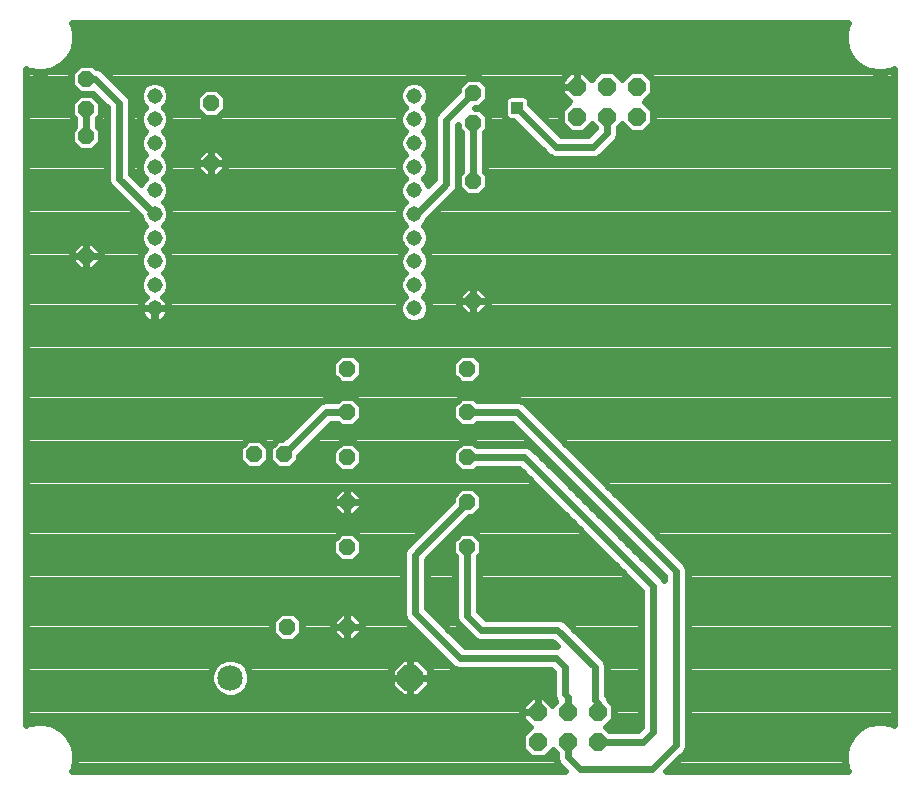
<source format=gbl>
G75*
G70*
%OFA0B0*%
%FSLAX24Y24*%
%IPPOS*%
%LPD*%
%AMOC8*
5,1,8,0,0,1.08239X$1,22.5*
%
%ADD10OC8,0.0600*%
%ADD11C,0.0515*%
%ADD12OC8,0.0520*%
%ADD13C,0.0850*%
%ADD14OC8,0.0850*%
%ADD15C,0.0240*%
%ADD16R,0.0396X0.0396*%
D10*
X017902Y001802D03*
X018902Y001802D03*
X019902Y001802D03*
X019902Y002802D03*
X018902Y002802D03*
X017902Y002802D03*
X019202Y022652D03*
X019202Y023652D03*
X020202Y023652D03*
X020202Y022652D03*
X021202Y022652D03*
X021202Y023652D03*
D11*
X013783Y023346D03*
X013783Y022558D03*
X013783Y021771D03*
X013783Y020983D03*
X013783Y020196D03*
X013783Y019409D03*
X013783Y018621D03*
X013783Y017834D03*
X013783Y017046D03*
X013783Y016259D03*
X005122Y016259D03*
X005122Y017046D03*
X005122Y017834D03*
X005122Y018621D03*
X005122Y019409D03*
X005122Y020196D03*
X005122Y020983D03*
X005122Y021771D03*
X005122Y022558D03*
X005122Y023346D03*
D12*
X007002Y023102D03*
X007002Y021102D03*
X002852Y022002D03*
X002852Y022902D03*
X002852Y023902D03*
X002852Y018002D03*
X008452Y011402D03*
X009452Y011402D03*
X011552Y011302D03*
X011552Y009802D03*
X011552Y008302D03*
X011552Y005652D03*
X009552Y005652D03*
X015552Y008302D03*
X015552Y009802D03*
X015552Y011302D03*
X015552Y012802D03*
X015552Y014252D03*
X015752Y016502D03*
X011552Y014252D03*
X011552Y012802D03*
X015752Y020502D03*
X015752Y022452D03*
X015752Y023452D03*
D13*
X007652Y003952D03*
D14*
X013652Y003952D03*
D15*
X002393Y000851D02*
X002376Y000822D01*
X018817Y000822D01*
X018563Y001076D01*
X018502Y001223D01*
X018502Y001382D01*
X018502Y001439D01*
X018402Y001539D01*
X018126Y001262D01*
X017679Y001262D01*
X017362Y001579D01*
X017362Y002026D01*
X017653Y002316D01*
X017382Y002587D01*
X017382Y002802D01*
X017902Y002802D01*
X017902Y002803D01*
X017902Y003322D01*
X017687Y003322D01*
X017382Y003018D01*
X017382Y002803D01*
X017902Y002803D01*
X017903Y002803D01*
X017903Y003322D01*
X018118Y003322D01*
X018388Y003052D01*
X018488Y003151D01*
X018463Y003176D01*
X018402Y003323D01*
X018402Y003482D01*
X018402Y004137D01*
X018337Y004202D01*
X015223Y004202D01*
X015076Y004263D01*
X014963Y004376D01*
X013576Y005763D01*
X013463Y005876D01*
X013402Y006023D01*
X013402Y007973D01*
X013402Y008132D01*
X013463Y008279D01*
X015052Y009868D01*
X015052Y010009D01*
X015345Y010302D01*
X015759Y010302D01*
X016052Y010009D01*
X016052Y009595D01*
X015759Y009302D01*
X015618Y009302D01*
X014202Y007887D01*
X014202Y006268D01*
X015468Y005002D01*
X018423Y005002D01*
X018537Y005002D01*
X018387Y005152D01*
X015923Y005152D01*
X015776Y005213D01*
X015663Y005326D01*
X015663Y005326D01*
X015326Y005663D01*
X015326Y005663D01*
X015213Y005776D01*
X015152Y005923D01*
X015152Y007995D01*
X015052Y008095D01*
X015052Y008509D01*
X015345Y008802D01*
X015759Y008802D01*
X016052Y008509D01*
X016052Y008095D01*
X015952Y007995D01*
X015952Y006168D01*
X016168Y005952D01*
X018473Y005952D01*
X018632Y005952D01*
X018779Y005891D01*
X020029Y004641D01*
X020141Y004529D01*
X020202Y004382D01*
X020202Y003368D01*
X020241Y003329D01*
X020302Y003182D01*
X020302Y003166D01*
X020442Y003026D01*
X020442Y002579D01*
X020166Y002302D01*
X020266Y002202D01*
X021237Y002202D01*
X021352Y002318D01*
X021352Y006837D01*
X017287Y010902D01*
X015859Y010902D01*
X015759Y010802D01*
X015345Y010802D01*
X015052Y011095D01*
X015052Y011509D01*
X015345Y011802D01*
X015759Y011802D01*
X015859Y011702D01*
X017532Y011702D01*
X017679Y011641D01*
X017791Y011529D01*
X022091Y007229D01*
X022102Y007202D01*
X022102Y007337D01*
X017037Y012402D01*
X015859Y012402D01*
X015759Y012302D01*
X015345Y012302D01*
X015052Y012595D01*
X015052Y013009D01*
X015345Y013302D01*
X015759Y013302D01*
X015859Y013202D01*
X017123Y013202D01*
X017282Y013202D01*
X017429Y013141D01*
X022841Y007729D01*
X022902Y007582D01*
X022902Y007423D01*
X022902Y001623D01*
X022841Y001476D01*
X022729Y001363D01*
X022188Y000822D01*
X028229Y000822D01*
X028212Y000851D01*
X028132Y001148D01*
X028132Y001456D01*
X028212Y001754D01*
X028366Y002021D01*
X028584Y002239D01*
X028851Y002393D01*
X029148Y002472D01*
X029456Y002472D01*
X029754Y002393D01*
X029782Y002376D01*
X029782Y024229D01*
X029754Y024212D01*
X029456Y024132D01*
X029148Y024132D01*
X028851Y024212D01*
X028584Y024366D01*
X028366Y024584D01*
X028212Y024851D01*
X028132Y025148D01*
X028132Y025456D01*
X028212Y025754D01*
X028229Y025782D01*
X002376Y025782D01*
X002393Y025754D01*
X002472Y025456D01*
X002472Y025148D01*
X002393Y024851D01*
X002239Y024584D01*
X002021Y024366D01*
X001754Y024212D01*
X001456Y024132D01*
X001148Y024132D01*
X000851Y024212D01*
X000822Y024229D01*
X000822Y002376D01*
X000851Y002393D01*
X001148Y002472D01*
X001456Y002472D01*
X001754Y002393D01*
X002021Y002239D01*
X002239Y002021D01*
X002393Y001754D01*
X002472Y001456D01*
X002472Y001148D01*
X002393Y000851D01*
X002437Y001018D02*
X018621Y001018D01*
X018502Y001257D02*
X002472Y001257D01*
X002462Y001495D02*
X017446Y001495D01*
X017362Y001734D02*
X002398Y001734D01*
X002267Y001972D02*
X017362Y001972D01*
X017547Y002211D02*
X002049Y002211D01*
X001543Y002449D02*
X017520Y002449D01*
X017382Y002688D02*
X000822Y002688D01*
X000822Y002926D02*
X017382Y002926D01*
X017530Y003165D02*
X000822Y003165D01*
X000822Y003403D02*
X007261Y003403D01*
X007276Y003389D02*
X007520Y003287D01*
X007785Y003287D01*
X008029Y003389D01*
X008216Y003576D01*
X008317Y003820D01*
X008317Y004085D01*
X008216Y004329D01*
X008029Y004516D01*
X007785Y004617D01*
X007520Y004617D01*
X007276Y004516D01*
X007089Y004329D01*
X006987Y004085D01*
X006987Y003820D01*
X007089Y003576D01*
X007276Y003389D01*
X007061Y003642D02*
X000822Y003642D01*
X000822Y003881D02*
X006987Y003881D01*
X007002Y004119D02*
X000822Y004119D01*
X000822Y004358D02*
X007117Y004358D01*
X007469Y004596D02*
X000822Y004596D01*
X000822Y004835D02*
X014504Y004835D01*
X014266Y005073D02*
X000822Y005073D01*
X000822Y005312D02*
X009186Y005312D01*
X009052Y005445D02*
X009345Y005152D01*
X009759Y005152D01*
X010052Y005445D01*
X010052Y005859D01*
X009759Y006152D01*
X009345Y006152D01*
X009052Y005859D01*
X009052Y005445D01*
X009052Y005550D02*
X000822Y005550D01*
X000822Y005789D02*
X009052Y005789D01*
X009220Y006027D02*
X000822Y006027D01*
X000822Y006266D02*
X013402Y006266D01*
X013402Y006504D02*
X000822Y006504D01*
X000822Y006743D02*
X013402Y006743D01*
X013402Y006982D02*
X000822Y006982D01*
X000822Y007220D02*
X013402Y007220D01*
X013402Y007459D02*
X000822Y007459D01*
X000822Y007697D02*
X013402Y007697D01*
X013402Y007936D02*
X011893Y007936D01*
X011759Y007802D02*
X012052Y008095D01*
X012052Y008509D01*
X011759Y008802D01*
X011345Y008802D01*
X011052Y008509D01*
X011052Y008095D01*
X011345Y007802D01*
X011759Y007802D01*
X012052Y008174D02*
X013420Y008174D01*
X013597Y008413D02*
X012052Y008413D01*
X011910Y008651D02*
X013836Y008651D01*
X014074Y008890D02*
X000822Y008890D01*
X000822Y009128D02*
X014313Y009128D01*
X014551Y009367D02*
X011796Y009367D01*
X011751Y009322D02*
X012032Y009604D01*
X012032Y009802D01*
X011553Y009802D01*
X011553Y009803D01*
X012032Y009803D01*
X012032Y010001D01*
X011751Y010282D01*
X011553Y010282D01*
X011553Y009803D01*
X011552Y009803D01*
X011552Y010282D01*
X011354Y010282D01*
X011072Y010001D01*
X011072Y009803D01*
X011552Y009803D01*
X011552Y009802D01*
X011553Y009802D01*
X011553Y009322D01*
X011751Y009322D01*
X011552Y009322D02*
X011552Y009802D01*
X011072Y009802D01*
X011072Y009604D01*
X011354Y009322D01*
X011552Y009322D01*
X011552Y009367D02*
X011553Y009367D01*
X011552Y009606D02*
X011553Y009606D01*
X011552Y009844D02*
X011553Y009844D01*
X011552Y010083D02*
X011553Y010083D01*
X011951Y010083D02*
X015126Y010083D01*
X015028Y009844D02*
X012032Y009844D01*
X012032Y009606D02*
X014790Y009606D01*
X015552Y009802D02*
X013802Y008052D01*
X013802Y006102D01*
X015302Y004602D01*
X018502Y004602D01*
X018802Y004302D01*
X018802Y003402D01*
X018902Y003302D01*
X018902Y002802D01*
X018474Y003165D02*
X018275Y003165D01*
X018402Y003403D02*
X014016Y003403D01*
X013919Y003307D02*
X014297Y003685D01*
X014297Y003952D01*
X013653Y003952D01*
X013653Y003953D01*
X014297Y003953D01*
X014297Y004219D01*
X013919Y004597D01*
X013653Y004597D01*
X013653Y003953D01*
X013652Y003953D01*
X013652Y004597D01*
X013385Y004597D01*
X013007Y004219D01*
X013007Y003953D01*
X013652Y003953D01*
X013652Y003952D01*
X013653Y003952D01*
X013653Y003307D01*
X013919Y003307D01*
X013652Y003307D02*
X013652Y003952D01*
X013007Y003952D01*
X013007Y003685D01*
X013385Y003307D01*
X013652Y003307D01*
X013652Y003403D02*
X013653Y003403D01*
X013652Y003642D02*
X013653Y003642D01*
X013652Y003881D02*
X013653Y003881D01*
X013652Y004119D02*
X013653Y004119D01*
X013652Y004358D02*
X013653Y004358D01*
X013652Y004596D02*
X013653Y004596D01*
X013921Y004596D02*
X014743Y004596D01*
X014981Y004358D02*
X014159Y004358D01*
X014297Y004119D02*
X018402Y004119D01*
X018402Y003881D02*
X014297Y003881D01*
X014254Y003642D02*
X018402Y003642D01*
X017903Y003165D02*
X017902Y003165D01*
X017902Y002926D02*
X017903Y002926D01*
X018902Y001802D02*
X018902Y001302D01*
X019302Y000902D01*
X021702Y000902D01*
X022502Y001702D01*
X022502Y007502D01*
X017202Y012802D01*
X015552Y012802D01*
X015227Y013184D02*
X011878Y013184D01*
X011759Y013302D02*
X012052Y013009D01*
X012052Y012595D01*
X011759Y012302D01*
X011345Y012302D01*
X011245Y012402D01*
X011018Y012402D01*
X009952Y011337D01*
X009952Y011195D01*
X009659Y010902D01*
X009245Y010902D01*
X008952Y011195D01*
X008659Y010902D01*
X008245Y010902D01*
X007952Y011195D01*
X007952Y011609D01*
X008245Y011902D01*
X008659Y011902D01*
X008952Y011609D01*
X008952Y011195D01*
X008952Y011609D01*
X009245Y011902D01*
X009387Y011902D01*
X010626Y013141D01*
X010773Y013202D01*
X010932Y013202D01*
X011245Y013202D01*
X011345Y013302D01*
X011759Y013302D01*
X012052Y012945D02*
X015052Y012945D01*
X015052Y012707D02*
X012052Y012707D01*
X011925Y012468D02*
X015180Y012468D01*
X015295Y011752D02*
X011809Y011752D01*
X011759Y011802D02*
X011345Y011802D01*
X011052Y011509D01*
X011052Y011095D01*
X011345Y010802D01*
X011759Y010802D01*
X012052Y011095D01*
X012052Y011509D01*
X011759Y011802D01*
X012048Y011514D02*
X015057Y011514D01*
X015052Y011275D02*
X012052Y011275D01*
X011994Y011037D02*
X015111Y011037D01*
X015552Y011302D02*
X017452Y011302D01*
X021752Y007002D01*
X021752Y002152D01*
X021402Y001802D01*
X019902Y001802D01*
X020258Y002211D02*
X021245Y002211D01*
X021352Y002449D02*
X020313Y002449D01*
X020442Y002688D02*
X021352Y002688D01*
X021352Y002926D02*
X020442Y002926D01*
X020303Y003165D02*
X021352Y003165D01*
X021352Y003403D02*
X020202Y003403D01*
X020202Y003642D02*
X021352Y003642D01*
X021352Y003881D02*
X020202Y003881D01*
X020202Y004119D02*
X021352Y004119D01*
X021352Y004358D02*
X020202Y004358D01*
X020074Y004596D02*
X021352Y004596D01*
X021352Y004835D02*
X019836Y004835D01*
X019597Y005073D02*
X021352Y005073D01*
X021352Y005312D02*
X019359Y005312D01*
X019120Y005550D02*
X021352Y005550D01*
X021352Y005789D02*
X018881Y005789D01*
X018552Y005552D02*
X019802Y004302D01*
X019802Y003202D01*
X019902Y003102D01*
X019902Y002802D01*
X018446Y001495D02*
X018359Y001495D01*
X022384Y001018D02*
X028167Y001018D01*
X028132Y001257D02*
X022622Y001257D01*
X022849Y001495D02*
X028143Y001495D01*
X028207Y001734D02*
X022902Y001734D01*
X022902Y001972D02*
X028338Y001972D01*
X028556Y002211D02*
X022902Y002211D01*
X022902Y002449D02*
X029062Y002449D01*
X029543Y002449D02*
X029782Y002449D01*
X029782Y002688D02*
X022902Y002688D01*
X022902Y002926D02*
X029782Y002926D01*
X029782Y003165D02*
X022902Y003165D01*
X022902Y003403D02*
X029782Y003403D01*
X029782Y003642D02*
X022902Y003642D01*
X022902Y003881D02*
X029782Y003881D01*
X029782Y004119D02*
X022902Y004119D01*
X022902Y004358D02*
X029782Y004358D01*
X029782Y004596D02*
X022902Y004596D01*
X022902Y004835D02*
X029782Y004835D01*
X029782Y005073D02*
X022902Y005073D01*
X022902Y005312D02*
X029782Y005312D01*
X029782Y005550D02*
X022902Y005550D01*
X022902Y005789D02*
X029782Y005789D01*
X029782Y006027D02*
X022902Y006027D01*
X022902Y006266D02*
X029782Y006266D01*
X029782Y006504D02*
X022902Y006504D01*
X022902Y006743D02*
X029782Y006743D01*
X029782Y006982D02*
X022902Y006982D01*
X022902Y007220D02*
X029782Y007220D01*
X029782Y007459D02*
X022902Y007459D01*
X022855Y007697D02*
X029782Y007697D01*
X029782Y007936D02*
X022635Y007936D01*
X022396Y008174D02*
X029782Y008174D01*
X029782Y008413D02*
X022158Y008413D01*
X021919Y008651D02*
X029782Y008651D01*
X029782Y008890D02*
X021680Y008890D01*
X021442Y009128D02*
X029782Y009128D01*
X029782Y009367D02*
X021203Y009367D01*
X020965Y009606D02*
X029782Y009606D01*
X029782Y009844D02*
X020726Y009844D01*
X020488Y010083D02*
X029782Y010083D01*
X029782Y010321D02*
X020249Y010321D01*
X020011Y010560D02*
X029782Y010560D01*
X029782Y010798D02*
X019772Y010798D01*
X019534Y011037D02*
X029782Y011037D01*
X029782Y011275D02*
X019295Y011275D01*
X019056Y011514D02*
X029782Y011514D01*
X029782Y011752D02*
X018818Y011752D01*
X018579Y011991D02*
X029782Y011991D01*
X029782Y012230D02*
X018341Y012230D01*
X018102Y012468D02*
X029782Y012468D01*
X029782Y012707D02*
X017864Y012707D01*
X017625Y012945D02*
X029782Y012945D01*
X029782Y013184D02*
X017327Y013184D01*
X017209Y012230D02*
X010845Y012230D01*
X010607Y011991D02*
X017448Y011991D01*
X017687Y011752D02*
X015809Y011752D01*
X017391Y010798D02*
X000822Y010798D01*
X000822Y010560D02*
X017629Y010560D01*
X017868Y010321D02*
X000822Y010321D01*
X000822Y010083D02*
X011154Y010083D01*
X011072Y009844D02*
X000822Y009844D01*
X000822Y009606D02*
X011072Y009606D01*
X011309Y009367D02*
X000822Y009367D01*
X000822Y008651D02*
X011194Y008651D01*
X011052Y008413D02*
X000822Y008413D01*
X000822Y008174D02*
X011052Y008174D01*
X011212Y007936D02*
X000822Y007936D01*
X000822Y011037D02*
X008111Y011037D01*
X007952Y011275D02*
X000822Y011275D01*
X000822Y011514D02*
X007952Y011514D01*
X008095Y011752D02*
X000822Y011752D01*
X000822Y011991D02*
X009475Y011991D01*
X009714Y012230D02*
X000822Y012230D01*
X000822Y012468D02*
X009952Y012468D01*
X010191Y012707D02*
X000822Y012707D01*
X000822Y012945D02*
X010429Y012945D01*
X010728Y013184D02*
X000822Y013184D01*
X000822Y013422D02*
X029782Y013422D01*
X029782Y013661D02*
X000822Y013661D01*
X000822Y013899D02*
X011198Y013899D01*
X011052Y014045D02*
X011345Y013752D01*
X011759Y013752D01*
X012052Y014045D01*
X012052Y014459D01*
X011759Y014752D01*
X011345Y014752D01*
X011052Y014459D01*
X011052Y014045D01*
X011052Y014138D02*
X000822Y014138D01*
X000822Y014376D02*
X011052Y014376D01*
X011208Y014615D02*
X000822Y014615D01*
X000822Y014854D02*
X029782Y014854D01*
X029782Y015092D02*
X000822Y015092D01*
X000822Y015331D02*
X029782Y015331D01*
X029782Y015569D02*
X000822Y015569D01*
X000822Y015808D02*
X004966Y015808D01*
X004938Y015817D02*
X005010Y015793D01*
X005084Y015782D01*
X005121Y015782D01*
X005121Y016259D01*
X004644Y016259D01*
X004644Y016221D01*
X004656Y016147D01*
X004679Y016076D01*
X004713Y016009D01*
X004757Y015948D01*
X004811Y015895D01*
X004871Y015851D01*
X004938Y015817D01*
X005121Y015808D02*
X005122Y015808D01*
X005122Y015782D02*
X005159Y015782D01*
X005233Y015793D01*
X005305Y015817D01*
X005372Y015851D01*
X005433Y015895D01*
X005486Y015948D01*
X005530Y016009D01*
X005564Y016076D01*
X005587Y016147D01*
X005599Y016221D01*
X005599Y016259D01*
X005599Y016297D01*
X005587Y016371D01*
X005564Y016442D01*
X005530Y016509D01*
X005486Y016570D01*
X005433Y016623D01*
X005415Y016636D01*
X005543Y016765D01*
X005619Y016947D01*
X005619Y017145D01*
X005543Y017328D01*
X005431Y017440D01*
X005543Y017552D01*
X005619Y017735D01*
X005619Y017933D01*
X005543Y018116D01*
X005431Y018228D01*
X005543Y018339D01*
X005619Y018522D01*
X005619Y018720D01*
X005543Y018903D01*
X005431Y019015D01*
X005543Y019127D01*
X005619Y019310D01*
X005619Y019508D01*
X005543Y019690D01*
X005431Y019802D01*
X005543Y019914D01*
X005619Y020097D01*
X005619Y020295D01*
X005543Y020478D01*
X005431Y020590D01*
X005543Y020702D01*
X005619Y020884D01*
X005619Y021082D01*
X005543Y021265D01*
X005431Y021377D01*
X005543Y021489D01*
X005619Y021672D01*
X005619Y021870D01*
X005543Y022053D01*
X005431Y022165D01*
X005543Y022276D01*
X005619Y022459D01*
X005619Y022657D01*
X005543Y022840D01*
X005431Y022952D01*
X005543Y023064D01*
X005619Y023247D01*
X005619Y023445D01*
X005543Y023627D01*
X005403Y023767D01*
X005221Y023843D01*
X005023Y023843D01*
X004840Y023767D01*
X004700Y023627D01*
X004624Y023445D01*
X004624Y023247D01*
X004700Y023064D01*
X004812Y022952D01*
X004700Y022840D01*
X004624Y022657D01*
X004624Y022459D01*
X004700Y022276D01*
X004812Y022165D01*
X004700Y022053D01*
X004624Y021870D01*
X004624Y021672D01*
X004700Y021489D01*
X004812Y021377D01*
X004700Y021265D01*
X004624Y021082D01*
X004624Y020884D01*
X004700Y020702D01*
X004812Y020590D01*
X004700Y020478D01*
X004676Y020420D01*
X004352Y020744D01*
X004352Y023182D01*
X004291Y023329D01*
X004179Y023441D01*
X004624Y023441D01*
X004642Y023203D02*
X004344Y023203D01*
X004352Y022964D02*
X004800Y022964D01*
X004652Y022725D02*
X004352Y022725D01*
X004352Y022487D02*
X004624Y022487D01*
X004728Y022248D02*
X004352Y022248D01*
X004352Y022010D02*
X004682Y022010D01*
X004624Y021771D02*
X004352Y021771D01*
X004352Y021533D02*
X004682Y021533D01*
X004729Y021294D02*
X004352Y021294D01*
X004352Y021056D02*
X004624Y021056D01*
X004652Y020817D02*
X004352Y020817D01*
X004517Y020579D02*
X004801Y020579D01*
X005443Y020579D02*
X013462Y020579D01*
X013473Y020590D02*
X013361Y020478D01*
X013286Y020295D01*
X013286Y020097D01*
X013361Y019914D01*
X013473Y019802D01*
X013361Y019690D01*
X013286Y019508D01*
X013286Y019310D01*
X013361Y019127D01*
X013473Y019015D01*
X013361Y018903D01*
X013286Y018720D01*
X013286Y018522D01*
X013361Y018339D01*
X013473Y018228D01*
X013361Y018116D01*
X013286Y017933D01*
X013286Y017735D01*
X013361Y017552D01*
X013473Y017440D01*
X013361Y017328D01*
X013286Y017145D01*
X013286Y016947D01*
X013361Y016765D01*
X013473Y016653D01*
X013361Y016541D01*
X013286Y016358D01*
X013286Y016160D01*
X013361Y015977D01*
X013501Y015837D01*
X013684Y015762D01*
X013882Y015762D01*
X014065Y015837D01*
X014205Y015977D01*
X014281Y016160D01*
X014281Y016358D01*
X014205Y016541D01*
X014093Y016653D01*
X014205Y016765D01*
X014281Y016947D01*
X014281Y017145D01*
X014205Y017328D01*
X014093Y017440D01*
X014205Y017552D01*
X014281Y017735D01*
X014281Y017933D01*
X014205Y018116D01*
X014093Y018228D01*
X014205Y018339D01*
X014281Y018522D01*
X014281Y018720D01*
X014205Y018903D01*
X014093Y019015D01*
X014205Y019127D01*
X014249Y019233D01*
X015079Y020063D01*
X015191Y020176D01*
X015252Y020323D01*
X015252Y022387D01*
X015252Y022245D01*
X015352Y022145D01*
X015352Y020809D01*
X015252Y020709D01*
X015252Y020295D01*
X015545Y020002D01*
X015959Y020002D01*
X016252Y020295D01*
X016252Y020709D01*
X016152Y020809D01*
X016152Y022145D01*
X016252Y022245D01*
X016252Y022659D01*
X015959Y022952D01*
X015818Y022952D01*
X015818Y022952D01*
X015959Y022952D01*
X016252Y023245D01*
X016252Y023659D01*
X015959Y023952D01*
X015545Y023952D01*
X015252Y023659D01*
X015252Y023518D01*
X014513Y022779D01*
X014452Y022632D01*
X014452Y022473D01*
X014452Y020568D01*
X014251Y020366D01*
X014205Y020478D01*
X014093Y020590D01*
X014205Y020702D01*
X014281Y020884D01*
X014281Y021082D01*
X014205Y021265D01*
X014093Y021377D01*
X014205Y021489D01*
X014281Y021672D01*
X014281Y021870D01*
X014205Y022053D01*
X014093Y022165D01*
X014205Y022276D01*
X014281Y022459D01*
X014281Y022657D01*
X014205Y022840D01*
X014093Y022952D01*
X014205Y023064D01*
X014281Y023247D01*
X014281Y023445D01*
X014205Y023627D01*
X014065Y023767D01*
X013882Y023843D01*
X013684Y023843D01*
X013501Y023767D01*
X013361Y023627D01*
X013286Y023445D01*
X013286Y023247D01*
X013361Y023064D01*
X013473Y022952D01*
X013361Y022840D01*
X013286Y022657D01*
X013286Y022459D01*
X013361Y022276D01*
X013473Y022165D01*
X013361Y022053D01*
X013286Y021870D01*
X013286Y021672D01*
X013361Y021489D01*
X013473Y021377D01*
X013361Y021265D01*
X013286Y021082D01*
X013286Y020884D01*
X013361Y020702D01*
X013473Y020590D01*
X013314Y020817D02*
X007396Y020817D01*
X007482Y020904D02*
X007482Y021102D01*
X007003Y021102D01*
X007003Y021103D01*
X007002Y021103D01*
X007002Y021582D01*
X006804Y021582D01*
X006522Y021301D01*
X006522Y021103D01*
X007002Y021103D01*
X007002Y021102D01*
X006522Y021102D01*
X006522Y020904D01*
X006804Y020622D01*
X007002Y020622D01*
X007002Y021102D01*
X007003Y021102D01*
X007003Y020622D01*
X007201Y020622D01*
X007482Y020904D01*
X007482Y021056D02*
X013286Y021056D01*
X013390Y021294D02*
X007482Y021294D01*
X007482Y021301D02*
X007201Y021582D01*
X007003Y021582D01*
X007003Y021103D01*
X007482Y021103D01*
X007482Y021301D01*
X007251Y021533D02*
X013343Y021533D01*
X013286Y021771D02*
X005619Y021771D01*
X005561Y021533D02*
X006754Y021533D01*
X007002Y021533D02*
X007003Y021533D01*
X007002Y021294D02*
X007003Y021294D01*
X007002Y021056D02*
X007003Y021056D01*
X007002Y020817D02*
X007003Y020817D01*
X006609Y020817D02*
X005591Y020817D01*
X005619Y021056D02*
X006522Y021056D01*
X006522Y021294D02*
X005514Y021294D01*
X005561Y022010D02*
X013344Y022010D01*
X013389Y022248D02*
X005515Y022248D01*
X005619Y022487D02*
X013286Y022487D01*
X013314Y022725D02*
X007333Y022725D01*
X007209Y022602D02*
X007502Y022895D01*
X007502Y023309D01*
X007209Y023602D01*
X006795Y023602D01*
X006502Y023309D01*
X006502Y022895D01*
X006795Y022602D01*
X007209Y022602D01*
X006672Y022725D02*
X005591Y022725D01*
X005443Y022964D02*
X006502Y022964D01*
X006502Y023203D02*
X005601Y023203D01*
X005619Y023441D02*
X006634Y023441D01*
X007371Y023441D02*
X013286Y023441D01*
X013304Y023203D02*
X007502Y023203D01*
X007502Y022964D02*
X013461Y022964D01*
X014105Y022964D02*
X014698Y022964D01*
X014491Y022725D02*
X014252Y022725D01*
X014281Y022487D02*
X014452Y022487D01*
X014452Y022248D02*
X014177Y022248D01*
X014223Y022010D02*
X014452Y022010D01*
X014452Y021771D02*
X014281Y021771D01*
X014223Y021533D02*
X014452Y021533D01*
X014452Y021294D02*
X014176Y021294D01*
X014281Y021056D02*
X014452Y021056D01*
X014452Y020817D02*
X014253Y020817D01*
X014104Y020579D02*
X014452Y020579D01*
X014852Y020402D02*
X014852Y022552D01*
X015752Y023452D01*
X016252Y023441D02*
X018682Y023441D01*
X018682Y023437D02*
X018953Y023166D01*
X018662Y022876D01*
X018662Y022429D01*
X018979Y022112D01*
X019426Y022112D01*
X019702Y022389D01*
X019802Y022289D01*
X019802Y022268D01*
X019587Y022052D01*
X018668Y022052D01*
X017640Y023080D01*
X017640Y023198D01*
X017604Y023286D01*
X017536Y023354D01*
X017448Y023390D01*
X016956Y023390D01*
X016868Y023354D01*
X016801Y023286D01*
X016764Y023198D01*
X016764Y022706D01*
X016801Y022618D01*
X016868Y022551D01*
X016956Y022514D01*
X017075Y022514D01*
X018276Y021313D01*
X018423Y021252D01*
X018582Y021252D01*
X019832Y021252D01*
X019979Y021313D01*
X020091Y021426D01*
X020541Y021876D01*
X020602Y022023D01*
X020602Y022182D01*
X020602Y022289D01*
X020702Y022389D01*
X020979Y022112D01*
X021426Y022112D01*
X021742Y022429D01*
X021742Y022876D01*
X021466Y023152D01*
X021742Y023429D01*
X021742Y023876D01*
X021426Y024192D01*
X020979Y024192D01*
X020702Y023916D01*
X020426Y024192D01*
X019979Y024192D01*
X019688Y023902D01*
X019418Y024172D01*
X019203Y024172D01*
X019203Y023653D01*
X019202Y023653D01*
X019202Y024172D01*
X018987Y024172D01*
X018682Y023868D01*
X018682Y023653D01*
X019202Y023653D01*
X019202Y023652D01*
X018682Y023652D01*
X018682Y023437D01*
X018682Y023680D02*
X016232Y023680D01*
X015994Y023918D02*
X018733Y023918D01*
X018971Y024157D02*
X003464Y024157D01*
X003379Y024241D02*
X003232Y024302D01*
X003159Y024302D01*
X003059Y024402D01*
X002645Y024402D01*
X002352Y024109D01*
X002352Y023695D01*
X002645Y023402D01*
X003059Y023402D01*
X002645Y023402D01*
X002352Y023109D01*
X002352Y022695D01*
X002452Y022595D01*
X002452Y022309D01*
X002352Y022209D01*
X002352Y021795D01*
X002645Y021502D01*
X003059Y021502D01*
X003352Y021795D01*
X003352Y022209D01*
X003252Y022309D01*
X003252Y022595D01*
X003352Y022695D01*
X003352Y023109D01*
X003059Y023402D01*
X003073Y023416D01*
X003552Y022937D01*
X003552Y020658D01*
X003552Y020498D01*
X003613Y020351D01*
X004624Y019340D01*
X004624Y019310D01*
X004700Y019127D01*
X004812Y019015D01*
X004700Y018903D01*
X004624Y018720D01*
X004624Y018522D01*
X004700Y018339D01*
X004812Y018228D01*
X004700Y018116D01*
X004624Y017933D01*
X004624Y017735D01*
X004700Y017552D01*
X004812Y017440D01*
X004700Y017328D01*
X004624Y017145D01*
X004624Y016947D01*
X004700Y016765D01*
X004828Y016636D01*
X004811Y016623D01*
X004757Y016570D01*
X004713Y016509D01*
X004679Y016442D01*
X004656Y016371D01*
X004644Y016297D01*
X004644Y016259D01*
X005121Y016259D01*
X005121Y016259D01*
X005122Y016259D01*
X005599Y016259D01*
X005122Y016259D01*
X005122Y016259D01*
X005122Y015782D01*
X005278Y015808D02*
X013573Y015808D01*
X013333Y016046D02*
X005549Y016046D01*
X005599Y016285D02*
X013286Y016285D01*
X013354Y016523D02*
X005520Y016523D01*
X005541Y016762D02*
X013364Y016762D01*
X013286Y017000D02*
X005619Y017000D01*
X005580Y017239D02*
X013324Y017239D01*
X013436Y017477D02*
X005469Y017477D01*
X005611Y017716D02*
X013293Y017716D01*
X013295Y017955D02*
X005610Y017955D01*
X005466Y018193D02*
X013439Y018193D01*
X013323Y018432D02*
X005582Y018432D01*
X005619Y018670D02*
X013286Y018670D01*
X013367Y018909D02*
X005538Y018909D01*
X005552Y019147D02*
X013353Y019147D01*
X013286Y019386D02*
X005619Y019386D01*
X005571Y019624D02*
X013334Y019624D01*
X013413Y019863D02*
X005492Y019863D01*
X005619Y020101D02*
X013286Y020101D01*
X013304Y020340D02*
X005600Y020340D01*
X005122Y019409D02*
X003952Y020578D01*
X003952Y023102D01*
X003152Y023902D01*
X002852Y023902D01*
X002352Y023918D02*
X000822Y023918D01*
X000822Y023680D02*
X002368Y023680D01*
X002607Y023441D02*
X000822Y023441D01*
X000822Y023203D02*
X002445Y023203D01*
X002352Y022964D02*
X000822Y022964D01*
X000822Y022725D02*
X002352Y022725D01*
X002452Y022487D02*
X000822Y022487D01*
X000822Y022248D02*
X002391Y022248D01*
X002352Y022010D02*
X000822Y022010D01*
X000822Y021771D02*
X002376Y021771D01*
X002615Y021533D02*
X000822Y021533D01*
X000822Y021294D02*
X003552Y021294D01*
X003552Y021056D02*
X000822Y021056D01*
X000822Y020817D02*
X003552Y020817D01*
X003552Y020579D02*
X000822Y020579D01*
X000822Y020340D02*
X003625Y020340D01*
X003863Y020101D02*
X000822Y020101D01*
X000822Y019863D02*
X004102Y019863D01*
X004340Y019624D02*
X000822Y019624D01*
X000822Y019386D02*
X004579Y019386D01*
X004691Y019147D02*
X000822Y019147D01*
X000822Y018909D02*
X004706Y018909D01*
X004624Y018670D02*
X000822Y018670D01*
X000822Y018432D02*
X002603Y018432D01*
X002654Y018482D02*
X002372Y018201D01*
X002372Y018003D01*
X002852Y018003D01*
X002852Y018482D01*
X002654Y018482D01*
X002853Y018482D02*
X002853Y018003D01*
X002852Y018003D01*
X002852Y018002D01*
X002372Y018002D01*
X002372Y017804D01*
X002654Y017522D01*
X002852Y017522D01*
X002852Y018002D01*
X002853Y018002D01*
X002853Y018003D01*
X003332Y018003D01*
X003332Y018201D01*
X003051Y018482D01*
X002853Y018482D01*
X002852Y018432D02*
X002853Y018432D01*
X002852Y018193D02*
X002853Y018193D01*
X002853Y018002D02*
X003332Y018002D01*
X003332Y017804D01*
X003051Y017522D01*
X002853Y017522D01*
X002853Y018002D01*
X002852Y017955D02*
X002853Y017955D01*
X002852Y017716D02*
X002853Y017716D01*
X003245Y017716D02*
X004632Y017716D01*
X004633Y017955D02*
X003332Y017955D01*
X003332Y018193D02*
X004777Y018193D01*
X004662Y018432D02*
X003102Y018432D01*
X002372Y018193D02*
X000822Y018193D01*
X000822Y017955D02*
X002372Y017955D01*
X002460Y017716D02*
X000822Y017716D01*
X000822Y017477D02*
X004774Y017477D01*
X004663Y017239D02*
X000822Y017239D01*
X000822Y017000D02*
X004624Y017000D01*
X004703Y016762D02*
X000822Y016762D01*
X000822Y016523D02*
X004723Y016523D01*
X004644Y016285D02*
X000822Y016285D01*
X000822Y016046D02*
X004694Y016046D01*
X005121Y016046D02*
X005122Y016046D01*
X008809Y011752D02*
X009095Y011752D01*
X008952Y011514D02*
X008952Y011514D01*
X008952Y011275D02*
X008952Y011275D01*
X008794Y011037D02*
X009111Y011037D01*
X009452Y011402D02*
X010852Y012802D01*
X011552Y012802D01*
X011295Y011752D02*
X010368Y011752D01*
X010130Y011514D02*
X011057Y011514D01*
X011052Y011275D02*
X009952Y011275D01*
X009794Y011037D02*
X011111Y011037D01*
X011906Y013899D02*
X015198Y013899D01*
X015052Y014045D02*
X015345Y013752D01*
X015759Y013752D01*
X016052Y014045D01*
X016052Y014459D01*
X015759Y014752D01*
X015345Y014752D01*
X015052Y014459D01*
X015052Y014045D01*
X015052Y014138D02*
X012052Y014138D01*
X012052Y014376D02*
X015052Y014376D01*
X015208Y014615D02*
X011897Y014615D01*
X013993Y015808D02*
X029782Y015808D01*
X029782Y016046D02*
X015975Y016046D01*
X015951Y016022D02*
X016232Y016304D01*
X016232Y016502D01*
X015753Y016502D01*
X015753Y016503D01*
X015752Y016503D01*
X015752Y016982D01*
X015554Y016982D01*
X015272Y016701D01*
X015272Y016503D01*
X015752Y016503D01*
X015752Y016502D01*
X015272Y016502D01*
X015272Y016304D01*
X015554Y016022D01*
X015752Y016022D01*
X015752Y016502D01*
X015753Y016502D01*
X015753Y016022D01*
X015951Y016022D01*
X015753Y016046D02*
X015752Y016046D01*
X015530Y016046D02*
X014233Y016046D01*
X014281Y016285D02*
X015291Y016285D01*
X015272Y016523D02*
X014212Y016523D01*
X014202Y016762D02*
X015333Y016762D01*
X015752Y016762D02*
X015753Y016762D01*
X015753Y016982D02*
X015753Y016503D01*
X016232Y016503D01*
X016232Y016701D01*
X015951Y016982D01*
X015753Y016982D01*
X015752Y016523D02*
X015753Y016523D01*
X015752Y016285D02*
X015753Y016285D01*
X016214Y016285D02*
X029782Y016285D01*
X029782Y016523D02*
X016232Y016523D01*
X016172Y016762D02*
X029782Y016762D01*
X029782Y017000D02*
X014281Y017000D01*
X014242Y017239D02*
X029782Y017239D01*
X029782Y017477D02*
X014130Y017477D01*
X014273Y017716D02*
X029782Y017716D01*
X029782Y017955D02*
X014271Y017955D01*
X014127Y018193D02*
X029782Y018193D01*
X029782Y018432D02*
X014243Y018432D01*
X014281Y018670D02*
X029782Y018670D01*
X029782Y018909D02*
X014199Y018909D01*
X014213Y019147D02*
X029782Y019147D01*
X029782Y019386D02*
X014401Y019386D01*
X014640Y019624D02*
X029782Y019624D01*
X029782Y019863D02*
X014879Y019863D01*
X015117Y020101D02*
X015446Y020101D01*
X015252Y020340D02*
X015252Y020340D01*
X015252Y020579D02*
X015252Y020579D01*
X015252Y020817D02*
X015352Y020817D01*
X015352Y021056D02*
X015252Y021056D01*
X015252Y021294D02*
X015352Y021294D01*
X015352Y021533D02*
X015252Y021533D01*
X015252Y021771D02*
X015352Y021771D01*
X015352Y022010D02*
X015252Y022010D01*
X015252Y022248D02*
X015252Y022248D01*
X015252Y022387D02*
X015252Y022387D01*
X015752Y022452D02*
X015752Y020502D01*
X016252Y020579D02*
X029782Y020579D01*
X029782Y020817D02*
X016152Y020817D01*
X016152Y021056D02*
X029782Y021056D01*
X029782Y021294D02*
X019933Y021294D01*
X020198Y021533D02*
X029782Y021533D01*
X029782Y021771D02*
X020437Y021771D01*
X020597Y022010D02*
X029782Y022010D01*
X029782Y022248D02*
X021562Y022248D01*
X021742Y022487D02*
X029782Y022487D01*
X029782Y022725D02*
X021742Y022725D01*
X021654Y022964D02*
X029782Y022964D01*
X029782Y023203D02*
X021516Y023203D01*
X021742Y023441D02*
X029782Y023441D01*
X029782Y023680D02*
X021742Y023680D01*
X021700Y023918D02*
X029782Y023918D01*
X029782Y024157D02*
X029547Y024157D01*
X029057Y024157D02*
X021462Y024157D01*
X020943Y024157D02*
X020462Y024157D01*
X020700Y023918D02*
X020705Y023918D01*
X019943Y024157D02*
X019433Y024157D01*
X019203Y024157D02*
X019202Y024157D01*
X019202Y023918D02*
X019203Y023918D01*
X019202Y023680D02*
X019203Y023680D01*
X019672Y023918D02*
X019705Y023918D01*
X018917Y023203D02*
X017639Y023203D01*
X017756Y022964D02*
X018750Y022964D01*
X018662Y022725D02*
X017995Y022725D01*
X018233Y022487D02*
X018662Y022487D01*
X018843Y022248D02*
X018472Y022248D01*
X018502Y021652D02*
X017202Y022952D01*
X016764Y022964D02*
X015971Y022964D01*
X016186Y022725D02*
X016764Y022725D01*
X017102Y022487D02*
X016252Y022487D01*
X016252Y022248D02*
X017341Y022248D01*
X017579Y022010D02*
X016152Y022010D01*
X016152Y021771D02*
X017818Y021771D01*
X018056Y021533D02*
X016152Y021533D01*
X016152Y021294D02*
X018322Y021294D01*
X018502Y021652D02*
X019752Y021652D01*
X020202Y022102D01*
X020202Y022652D01*
X020602Y022248D02*
X020843Y022248D01*
X019783Y022248D02*
X019562Y022248D01*
X016766Y023203D02*
X016210Y023203D01*
X015511Y023918D02*
X003702Y023918D01*
X003941Y023680D02*
X004752Y023680D01*
X004179Y023441D02*
X003379Y024241D01*
X003067Y024395D02*
X028555Y024395D01*
X028337Y024634D02*
X002267Y024634D01*
X002398Y024872D02*
X028206Y024872D01*
X028142Y025111D02*
X002462Y025111D01*
X002472Y025349D02*
X028132Y025349D01*
X028168Y025588D02*
X002437Y025588D01*
X002638Y024395D02*
X002050Y024395D01*
X002400Y024157D02*
X001547Y024157D01*
X001057Y024157D02*
X000822Y024157D01*
X002852Y022902D02*
X002852Y022002D01*
X003352Y022010D02*
X003552Y022010D01*
X003552Y022248D02*
X003313Y022248D01*
X003252Y022487D02*
X003552Y022487D01*
X003552Y022725D02*
X003352Y022725D01*
X003352Y022964D02*
X003525Y022964D01*
X003286Y023203D02*
X003259Y023203D01*
X003328Y021771D02*
X003552Y021771D01*
X003552Y021533D02*
X003090Y021533D01*
X005491Y023680D02*
X013414Y023680D01*
X014153Y023680D02*
X015273Y023680D01*
X015175Y023441D02*
X014281Y023441D01*
X014262Y023203D02*
X014937Y023203D01*
X014852Y020402D02*
X013859Y019409D01*
X013783Y019409D01*
X016059Y020101D02*
X029782Y020101D01*
X029782Y020340D02*
X016252Y020340D01*
X015897Y014615D02*
X029782Y014615D01*
X029782Y014376D02*
X016052Y014376D01*
X016052Y014138D02*
X029782Y014138D01*
X029782Y013899D02*
X015906Y013899D01*
X017806Y011514D02*
X017925Y011514D01*
X018045Y011275D02*
X018164Y011275D01*
X018284Y011037D02*
X018402Y011037D01*
X018522Y010798D02*
X018641Y010798D01*
X018761Y010560D02*
X018879Y010560D01*
X018999Y010321D02*
X019118Y010321D01*
X019238Y010083D02*
X019356Y010083D01*
X019476Y009844D02*
X019595Y009844D01*
X019715Y009606D02*
X019833Y009606D01*
X019953Y009367D02*
X020072Y009367D01*
X020192Y009128D02*
X020311Y009128D01*
X020430Y008890D02*
X020549Y008890D01*
X020669Y008651D02*
X020788Y008651D01*
X020908Y008413D02*
X021026Y008413D01*
X021146Y008174D02*
X021265Y008174D01*
X021385Y007936D02*
X021503Y007936D01*
X021623Y007697D02*
X021742Y007697D01*
X021862Y007459D02*
X021980Y007459D01*
X022095Y007220D02*
X022102Y007220D01*
X021352Y006743D02*
X015952Y006743D01*
X015952Y006504D02*
X021352Y006504D01*
X021352Y006266D02*
X015952Y006266D01*
X016093Y006027D02*
X021352Y006027D01*
X021207Y006982D02*
X015952Y006982D01*
X015952Y007220D02*
X020969Y007220D01*
X020730Y007459D02*
X015952Y007459D01*
X015952Y007697D02*
X020492Y007697D01*
X020253Y007936D02*
X015952Y007936D01*
X016052Y008174D02*
X020015Y008174D01*
X019776Y008413D02*
X016052Y008413D01*
X015910Y008651D02*
X019538Y008651D01*
X019299Y008890D02*
X015206Y008890D01*
X015194Y008651D02*
X014967Y008651D01*
X015052Y008413D02*
X014729Y008413D01*
X014490Y008174D02*
X015052Y008174D01*
X015152Y007936D02*
X014251Y007936D01*
X014202Y007697D02*
X015152Y007697D01*
X015152Y007459D02*
X014202Y007459D01*
X014202Y007220D02*
X015152Y007220D01*
X015152Y006982D02*
X014202Y006982D01*
X014202Y006743D02*
X015152Y006743D01*
X015152Y006504D02*
X014202Y006504D01*
X014204Y006266D02*
X015152Y006266D01*
X015152Y006027D02*
X014443Y006027D01*
X014681Y005789D02*
X015208Y005789D01*
X015439Y005550D02*
X014920Y005550D01*
X015159Y005312D02*
X015677Y005312D01*
X015397Y005073D02*
X018466Y005073D01*
X018552Y005552D02*
X016002Y005552D01*
X015552Y006002D01*
X015552Y008302D01*
X015444Y009128D02*
X019061Y009128D01*
X018822Y009367D02*
X015824Y009367D01*
X016052Y009606D02*
X018583Y009606D01*
X018345Y009844D02*
X016052Y009844D01*
X015979Y010083D02*
X018106Y010083D01*
X013402Y006027D02*
X011856Y006027D01*
X011751Y006132D02*
X011553Y006132D01*
X011553Y005653D01*
X012032Y005653D01*
X012032Y005851D01*
X011751Y006132D01*
X011552Y006132D02*
X011354Y006132D01*
X011072Y005851D01*
X011072Y005653D01*
X011552Y005653D01*
X011552Y006132D01*
X011552Y006027D02*
X011553Y006027D01*
X011552Y005789D02*
X011553Y005789D01*
X011553Y005653D02*
X011552Y005653D01*
X011552Y005652D01*
X011553Y005652D01*
X011553Y005653D01*
X011553Y005652D02*
X012032Y005652D01*
X012032Y005454D01*
X011751Y005172D01*
X011553Y005172D01*
X011553Y005652D01*
X011552Y005652D02*
X011552Y005172D01*
X011354Y005172D01*
X011072Y005454D01*
X011072Y005652D01*
X011552Y005652D01*
X011552Y005550D02*
X011553Y005550D01*
X011552Y005312D02*
X011553Y005312D01*
X011891Y005312D02*
X014027Y005312D01*
X013789Y005550D02*
X012032Y005550D01*
X012032Y005789D02*
X013550Y005789D01*
X013384Y004596D02*
X007836Y004596D01*
X008188Y004358D02*
X013145Y004358D01*
X013007Y004119D02*
X008303Y004119D01*
X008317Y003881D02*
X013007Y003881D01*
X013051Y003642D02*
X008244Y003642D01*
X008044Y003403D02*
X013289Y003403D01*
X011214Y005312D02*
X009919Y005312D01*
X010052Y005550D02*
X011072Y005550D01*
X011072Y005789D02*
X010052Y005789D01*
X009884Y006027D02*
X011249Y006027D01*
X001062Y002449D02*
X000822Y002449D01*
D16*
X017202Y022952D03*
M02*

</source>
